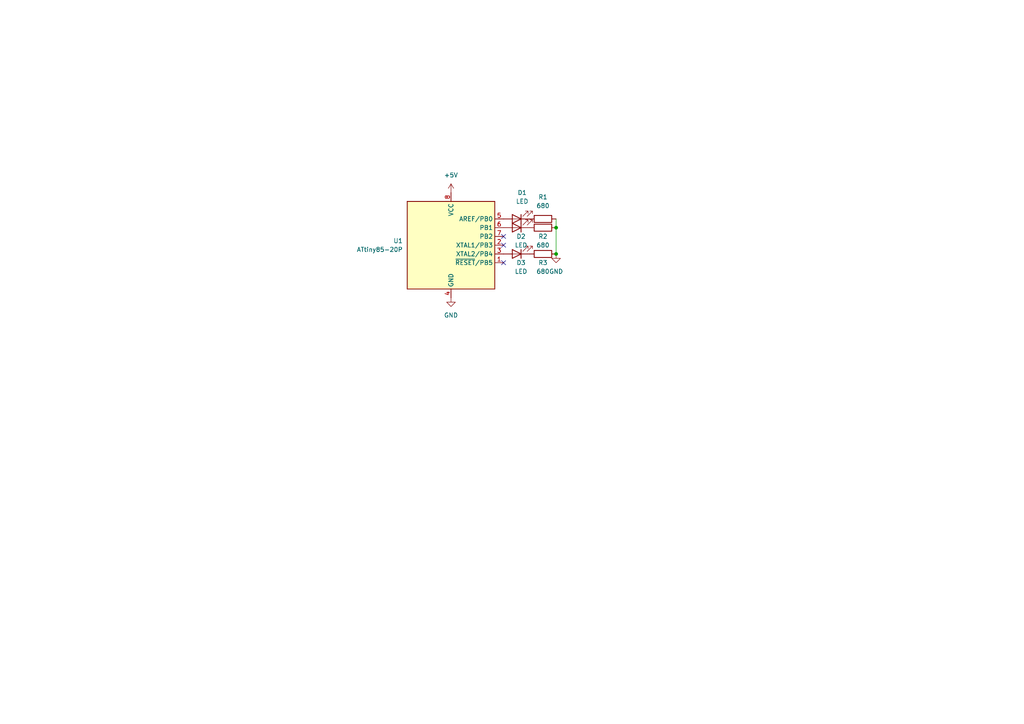
<source format=kicad_sch>
(kicad_sch (version 20211123) (generator eeschema)
  (paper "A4")
  (title_block (title "ATtiny 85 LED debugging board") (comment 1 "copyright applies according to LICENSE_hardware.md in GitHub root folder"))
  (lib_symbols
    (symbol "Device:LED" (pin_numbers hide) (pin_names (offset 1.016) hide)
      (property "Reference" "D" (at 0 2.54 0))
      (property "Value" "LED" (at 0 -2.54 0))
      (symbol "LED_0_1"
        (polyline (pts (xy -1.27 -1.27) (xy -1.27 1.27)) (stroke (width 0.254)))
        (polyline (pts (xy -1.27 0) (xy 1.27 0)))
        (polyline (pts (xy 1.27 -1.27) (xy 1.27 1.27) (xy -1.27 0) (xy 1.27 -1.27)) (stroke (width 0.254)))
        (polyline (pts (xy -3.048 -0.762) (xy -4.572 -2.286) (xy -3.81 -2.286) (xy -4.572 -2.286) (xy -4.572 -1.524)))
        (polyline (pts (xy -1.778 -0.762) (xy -3.302 -2.286) (xy -2.54 -2.286) (xy -3.302 -2.286) (xy -3.302 -1.524)))
      )
      (symbol "LED_1_1"
        (pin passive line (at -3.81 0 0) (length 2.54) (name "K") (number "1"))
        (pin passive line (at 3.81 0 180) (length 2.54) (name "A") (number "2"))
      )
    )
    (symbol "Device:R" (pin_numbers hide) (pin_names (offset 0))
      (property "Reference" "R" (at 2.032 0 90))
      (property "Value" "R" (at 0 0 90))
      (symbol "R_0_1"
        (rectangle (start -1.016 -2.54) (end 1.016 2.54) (stroke (width 0.254)))
      )
      (symbol "R_1_1"
        (pin passive line (at 0 3.81 270) (length 1.27) (name "~") (number "1"))
        (pin passive line (at 0 -3.81 90) (length 1.27) (name "~") (number "2"))
      )
    )
    (symbol "MCU_Microchip_ATtiny:ATtiny85-20P"
      (property "Reference" "U" (at -12.7 13.97 0))
      (property "Value" "ATtiny85-20P" (at 2.54 -13.97 0))
      (symbol "ATtiny85-20P_0_1"
        (rectangle (start -12.7 -12.7) (end 12.7 12.7) (stroke (width 0.254)) (fill (type background)))
      )
      (symbol "ATtiny85-20P_1_1"
        (pin bidirectional line (at 15.24 -5.08 180) (length 2.54) (name "~{RESET}/PB5") (number "1"))
        (pin bidirectional line (at 15.24 0 180) (length 2.54) (name "XTAL1/PB3") (number "2"))
        (pin bidirectional line (at 15.24 -2.54 180) (length 2.54) (name "XTAL2/PB4") (number "3"))
        (pin power_in line (at 0 -15.24 90) (length 2.54) (name "GND") (number "4"))
        (pin bidirectional line (at 15.24 7.62 180) (length 2.54) (name "AREF/PB0") (number "5"))
        (pin bidirectional line (at 15.24 5.08 180) (length 2.54) (name "PB1") (number "6"))
        (pin bidirectional line (at 15.24 2.54 180) (length 2.54) (name "PB2") (number "7"))
        (pin power_in line (at 0 15.24 270) (length 2.54) (name "VCC") (number "8"))
      )
    )
    (symbol "power:+5V" (power) (pin_names (offset 0))
      (property "Value" "+5V" (at 0 3.556 0))
      (symbol "+5V_0_1"
        (polyline (pts (xy -0.762 1.27) (xy 0 2.54)))
        (polyline (pts (xy 0 0) (xy 0 2.54)))
        (polyline (pts (xy 0 2.54) (xy 0.762 1.27)))
      )
      (symbol "+5V_1_1"
        (pin power_in line (at 0 0 90) (length 0) hide (name "+5V") (number "1"))
      )
    )
    (symbol "power:GND" (power) (pin_names (offset 0))
      (property "Value" "GND" (at 0 -3.81 0))
      (symbol "GND_0_1"
        (polyline (pts (xy 0 0) (xy 0 -1.27) (xy 1.27 -1.27) (xy 0 -2.54) (xy -1.27 -1.27) (xy 0 -1.27)))
      )
      (symbol "GND_1_1"
        (pin power_in line (at 0 0 270) (length 0) hide (name "GND") (number "1"))
      )
    )
  )
  (junction (at 161.29 73.66))
  (junction (at 161.29 66.04))
  (no_connect (at 146.05 76.2))
  (no_connect (at 146.05 68.58))
  (no_connect (at 146.05 71.12))
  (wire (pts (xy 161.29 66.04) (xy 161.29 73.66)))
  (wire (pts (xy 161.29 63.5) (xy 161.29 66.04)))
  (symbol (lib_id "power:+5V") (at 130.81 55.88 0) (unit 1)
    (property "Reference" "#PWR?" (effects hide))
    (property "Value" "+5V" (at 130.81 50.8 0))
  )
  (symbol (lib_id "Device:LED") (at 149.86 73.66 180) (unit 1)
    (property "Reference" "D3" (at 151.13 76.2 0))
    (property "Value" "LED" (at 151.13 78.74 0))
  )
  (symbol (lib_id "Device:R") (at 157.48 73.66 90) (unit 1)
    (property "Reference" "R3" (at 157.48 76.2 90))
    (property "Value" "680" (at 157.48 78.74 90))
  )
  (symbol (lib_id "Device:R") (at 157.48 63.5 90) (unit 1)
    (property "Reference" "R1" (at 157.48 57.15 90))
    (property "Value" "680" (at 157.48 59.69 90))
  )
  (symbol (lib_id "Device:R") (at 157.48 66.04 90) (unit 1)
    (property "Reference" "R2" (at 157.48 68.58 90))
    (property "Value" "680" (at 157.48 71.12 90))
  )
  (symbol (lib_id "Device:LED") (at 149.86 63.5 180) (unit 1)
    (property "Reference" "D1" (at 151.4475 55.88 0))
    (property "Value" "LED" (at 151.4475 58.42 0))
  )
  (symbol (lib_id "Device:LED") (at 149.86 66.04 180) (unit 1)
    (property "Reference" "D2" (at 151.13 68.58 0))
    (property "Value" "LED" (at 151.13 71.12 0))
  )
  (symbol (lib_id "power:GND") (at 130.81 86.36 0) (unit 1)
    (property "Reference" "#PWR?" (effects hide))
    (property "Value" "GND" (at 130.81 91.44 0))
  )
  (symbol (lib_id "MCU_Microchip_ATtiny:ATtiny85-20P") (at 130.81 71.12 0) (unit 1)
    (property "Reference" "U1" (at 116.84 69.8499 0) (effects (justify right)))
    (property "Value" "ATtiny85-20P" (at 116.84 72.3899 0) (effects (justify right)))
    (property "Footprint" "Package_DIP:DIP-8_W7.62mm" (effects hide))
    (property "Datasheet" "http://ww1.microchip.com/downloads/en/DeviceDoc/atmel-2586-avr-8-bit-microcontroller-attiny25-attiny45-attiny85_datasheet.pdf" (effects hide))
  )
  (symbol (lib_id "power:GND") (at 161.29 73.66 0) (unit 1)
    (property "Reference" "#PWR?" (effects hide))
    (property "Value" "GND" (at 161.29 78.74 0))
  )
)
</source>
